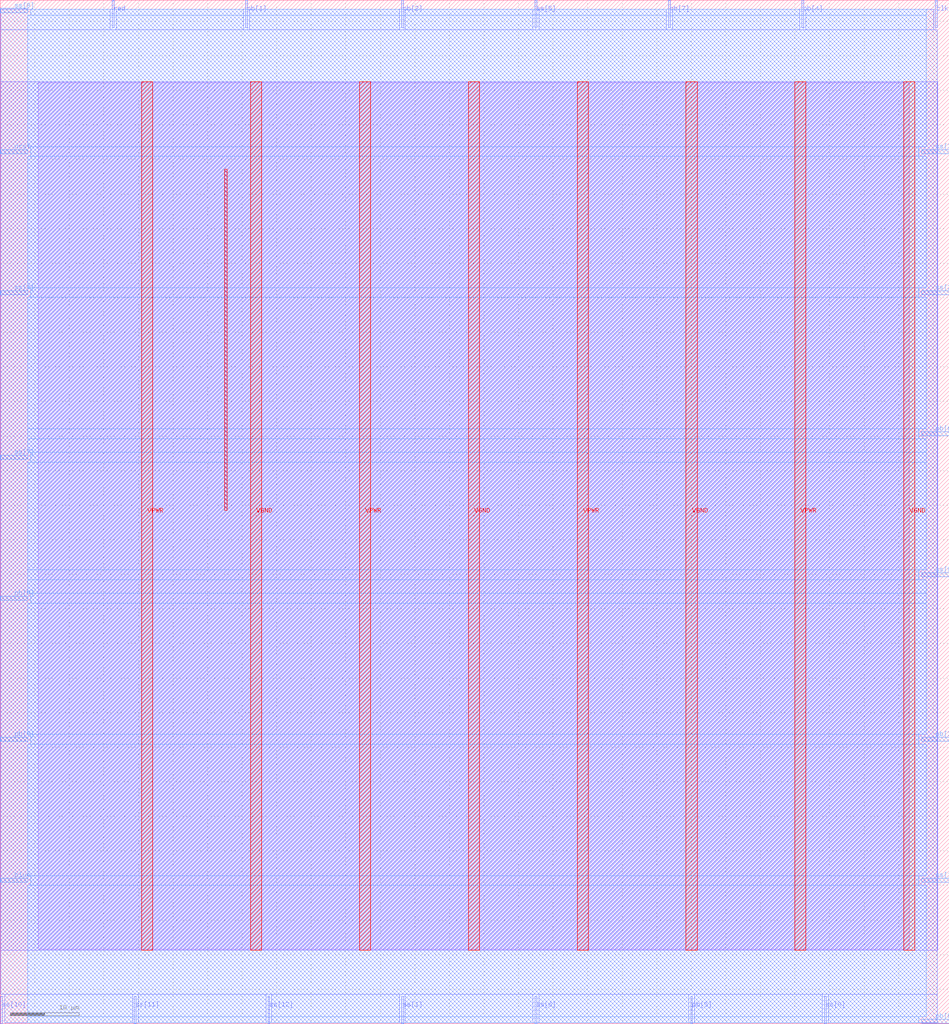
<source format=lef>
VERSION 5.7 ;
  NOWIREEXTENSIONATPIN ON ;
  DIVIDERCHAR "/" ;
  BUSBITCHARS "[]" ;
MACRO calculator
  CLASS BLOCK ;
  FOREIGN calculator ;
  ORIGIN 0.000 0.000 ;
  SIZE 137.325 BY 148.045 ;
  PIN VGND
    DIRECTION INOUT ;
    USE GROUND ;
    PORT
      LAYER met4 ;
        RECT 36.230 10.640 37.830 136.240 ;
    END
    PORT
      LAYER met4 ;
        RECT 67.740 10.640 69.340 136.240 ;
    END
    PORT
      LAYER met4 ;
        RECT 99.250 10.640 100.850 136.240 ;
    END
    PORT
      LAYER met4 ;
        RECT 130.760 10.640 132.360 136.240 ;
    END
  END VGND
  PIN VPWR
    DIRECTION INOUT ;
    USE POWER ;
    PORT
      LAYER met4 ;
        RECT 20.475 10.640 22.075 136.240 ;
    END
    PORT
      LAYER met4 ;
        RECT 51.985 10.640 53.585 136.240 ;
    END
    PORT
      LAYER met4 ;
        RECT 83.495 10.640 85.095 136.240 ;
    END
    PORT
      LAYER met4 ;
        RECT 115.005 10.640 116.605 136.240 ;
    END
  END VPWR
  PIN blue
    DIRECTION OUTPUT TRISTATE ;
    USE SIGNAL ;
    ANTENNADIFFAREA 0.795200 ;
    PORT
      LAYER met3 ;
        RECT 0.000 20.440 4.000 21.040 ;
    END
  END blue
  PIN clk
    DIRECTION INPUT ;
    USE SIGNAL ;
    ANTENNAGATEAREA 0.852000 ;
    PORT
      LAYER met2 ;
        RECT 135.330 144.045 135.610 148.045 ;
    END
  END clk
  PIN nrst
    DIRECTION INPUT ;
    USE SIGNAL ;
    ANTENNAGATEAREA 0.196500 ;
    PORT
      LAYER met3 ;
        RECT 0.000 125.840 4.000 126.440 ;
    END
  END nrst
  PIN pb[0]
    DIRECTION INPUT ;
    USE SIGNAL ;
    ANTENNAGATEAREA 0.196500 ;
    PORT
      LAYER met3 ;
        RECT 0.000 40.840 4.000 41.440 ;
    END
  END pb[0]
  PIN pb[1]
    DIRECTION INPUT ;
    USE SIGNAL ;
    ANTENNAGATEAREA 0.196500 ;
    PORT
      LAYER met2 ;
        RECT 35.510 144.045 35.790 148.045 ;
    END
  END pb[1]
  PIN pb[2]
    DIRECTION INPUT ;
    USE SIGNAL ;
    ANTENNAGATEAREA 0.196500 ;
    PORT
      LAYER met2 ;
        RECT 58.050 144.045 58.330 148.045 ;
    END
  END pb[2]
  PIN pb[3]
    DIRECTION INPUT ;
    USE SIGNAL ;
    ANTENNAGATEAREA 0.126000 ;
    PORT
      LAYER met3 ;
        RECT 133.325 40.840 137.325 41.440 ;
    END
  END pb[3]
  PIN pb[4]
    DIRECTION INPUT ;
    USE SIGNAL ;
    ANTENNAGATEAREA 0.196500 ;
    PORT
      LAYER met2 ;
        RECT 116.010 144.045 116.290 148.045 ;
    END
  END pb[4]
  PIN pb[5]
    DIRECTION INPUT ;
    USE SIGNAL ;
    ANTENNAGATEAREA 0.196500 ;
    PORT
      LAYER met2 ;
        RECT 99.910 0.000 100.190 4.000 ;
    END
  END pb[5]
  PIN pb[6]
    DIRECTION INPUT ;
    USE SIGNAL ;
    ANTENNAGATEAREA 0.196500 ;
    PORT
      LAYER met3 ;
        RECT 133.325 85.040 137.325 85.640 ;
    END
  END pb[6]
  PIN pb[7]
    DIRECTION INPUT ;
    USE SIGNAL ;
    ANTENNAGATEAREA 0.196500 ;
    PORT
      LAYER met2 ;
        RECT 96.690 144.045 96.970 148.045 ;
    END
  END pb[7]
  PIN pb[8]
    DIRECTION INPUT ;
    USE SIGNAL ;
    ANTENNAGATEAREA 0.196500 ;
    PORT
      LAYER met3 ;
        RECT 133.325 0.040 137.325 0.640 ;
    END
  END pb[8]
  PIN pb[9]
    DIRECTION INPUT ;
    USE SIGNAL ;
    ANTENNAGATEAREA 0.196500 ;
    PORT
      LAYER met3 ;
        RECT 0.000 61.240 4.000 61.840 ;
    END
  END pb[9]
  PIN red
    DIRECTION OUTPUT TRISTATE ;
    USE SIGNAL ;
    ANTENNADIFFAREA 0.795200 ;
    PORT
      LAYER met2 ;
        RECT 16.190 144.045 16.470 148.045 ;
    END
  END red
  PIN ss[0]
    DIRECTION OUTPUT TRISTATE ;
    USE SIGNAL ;
    ANTENNADIFFAREA 0.795200 ;
    PORT
      LAYER met2 ;
        RECT 119.230 0.000 119.510 4.000 ;
    END
  END ss[0]
  PIN ss[10]
    DIRECTION OUTPUT TRISTATE ;
    USE SIGNAL ;
    ANTENNADIFFAREA 0.795200 ;
    PORT
      LAYER met2 ;
        RECT 0.090 0.000 0.370 4.000 ;
    END
  END ss[10]
  PIN ss[11]
    DIRECTION OUTPUT TRISTATE ;
    USE SIGNAL ;
    ANTENNADIFFAREA 0.795200 ;
    PORT
      LAYER met2 ;
        RECT 19.410 0.000 19.690 4.000 ;
    END
  END ss[11]
  PIN ss[12]
    DIRECTION OUTPUT TRISTATE ;
    USE SIGNAL ;
    ANTENNADIFFAREA 0.795200 ;
    PORT
      LAYER met2 ;
        RECT 38.730 0.000 39.010 4.000 ;
    END
  END ss[12]
  PIN ss[13]
    DIRECTION OUTPUT TRISTATE ;
    USE SIGNAL ;
    ANTENNADIFFAREA 0.795200 ;
    PORT
      LAYER met3 ;
        RECT 133.325 20.440 137.325 21.040 ;
    END
  END ss[13]
  PIN ss[1]
    DIRECTION OUTPUT TRISTATE ;
    USE SIGNAL ;
    ANTENNADIFFAREA 0.795200 ;
    PORT
      LAYER met2 ;
        RECT 58.050 0.000 58.330 4.000 ;
    END
  END ss[1]
  PIN ss[2]
    DIRECTION OUTPUT TRISTATE ;
    USE SIGNAL ;
    ANTENNADIFFAREA 0.445500 ;
    PORT
      LAYER met3 ;
        RECT 133.325 105.440 137.325 106.040 ;
    END
  END ss[2]
  PIN ss[3]
    DIRECTION OUTPUT TRISTATE ;
    USE SIGNAL ;
    ANTENNADIFFAREA 0.445500 ;
    PORT
      LAYER met3 ;
        RECT 133.325 125.840 137.325 126.440 ;
    END
  END ss[3]
  PIN ss[4]
    DIRECTION OUTPUT TRISTATE ;
    USE SIGNAL ;
    ANTENNADIFFAREA 0.795200 ;
    PORT
      LAYER met3 ;
        RECT 0.000 105.440 4.000 106.040 ;
    END
  END ss[4]
  PIN ss[5]
    DIRECTION OUTPUT TRISTATE ;
    USE SIGNAL ;
    ANTENNADIFFAREA 0.795200 ;
    PORT
      LAYER met2 ;
        RECT 77.370 144.045 77.650 148.045 ;
    END
  END ss[5]
  PIN ss[6]
    DIRECTION OUTPUT TRISTATE ;
    USE SIGNAL ;
    ANTENNADIFFAREA 0.795200 ;
    PORT
      LAYER met2 ;
        RECT 77.370 0.000 77.650 4.000 ;
    END
  END ss[6]
  PIN ss[7]
    DIRECTION OUTPUT TRISTATE ;
    USE SIGNAL ;
    ANTENNADIFFAREA 0.795200 ;
    PORT
      LAYER met3 ;
        RECT 0.000 81.640 4.000 82.240 ;
    END
  END ss[7]
  PIN ss[8]
    DIRECTION OUTPUT TRISTATE ;
    USE SIGNAL ;
    ANTENNADIFFAREA 0.795200 ;
    PORT
      LAYER met3 ;
        RECT 0.000 146.240 4.000 146.840 ;
    END
  END ss[8]
  PIN ss[9]
    DIRECTION OUTPUT TRISTATE ;
    USE SIGNAL ;
    ANTENNADIFFAREA 0.445500 ;
    PORT
      LAYER met3 ;
        RECT 133.325 64.640 137.325 65.240 ;
    END
  END ss[9]
  OBS
      LAYER li1 ;
        RECT 5.520 10.795 131.560 136.085 ;
      LAYER met1 ;
        RECT 0.070 10.640 135.630 136.240 ;
      LAYER met2 ;
        RECT 0.100 143.765 15.910 146.725 ;
        RECT 16.750 143.765 35.230 146.725 ;
        RECT 36.070 143.765 57.770 146.725 ;
        RECT 58.610 143.765 77.090 146.725 ;
        RECT 77.930 143.765 96.410 146.725 ;
        RECT 97.250 143.765 115.730 146.725 ;
        RECT 116.570 143.765 135.050 146.725 ;
        RECT 0.100 4.280 135.600 143.765 ;
        RECT 0.650 0.155 19.130 4.280 ;
        RECT 19.970 0.155 38.450 4.280 ;
        RECT 39.290 0.155 57.770 4.280 ;
        RECT 58.610 0.155 77.090 4.280 ;
        RECT 77.930 0.155 99.630 4.280 ;
        RECT 100.470 0.155 118.950 4.280 ;
        RECT 119.790 0.155 135.600 4.280 ;
      LAYER met3 ;
        RECT 4.400 145.840 134.010 146.705 ;
        RECT 3.990 126.840 134.010 145.840 ;
        RECT 4.400 125.440 132.925 126.840 ;
        RECT 3.990 106.440 134.010 125.440 ;
        RECT 4.400 105.040 132.925 106.440 ;
        RECT 3.990 86.040 134.010 105.040 ;
        RECT 3.990 84.640 132.925 86.040 ;
        RECT 3.990 82.640 134.010 84.640 ;
        RECT 4.400 81.240 134.010 82.640 ;
        RECT 3.990 65.640 134.010 81.240 ;
        RECT 3.990 64.240 132.925 65.640 ;
        RECT 3.990 62.240 134.010 64.240 ;
        RECT 4.400 60.840 134.010 62.240 ;
        RECT 3.990 41.840 134.010 60.840 ;
        RECT 4.400 40.440 132.925 41.840 ;
        RECT 3.990 21.440 134.010 40.440 ;
        RECT 4.400 20.040 132.925 21.440 ;
        RECT 3.990 1.040 134.010 20.040 ;
        RECT 3.990 0.175 132.925 1.040 ;
      LAYER met4 ;
        RECT 32.495 74.295 32.825 123.585 ;
  END
END calculator
END LIBRARY


</source>
